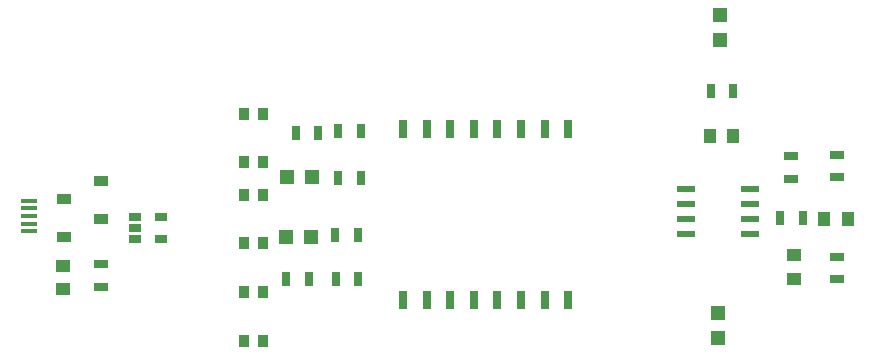
<source format=gbr>
G04 #@! TF.FileFunction,Paste,Top*
%FSLAX46Y46*%
G04 Gerber Fmt 4.6, Leading zero omitted, Abs format (unit mm)*
G04 Created by KiCad (PCBNEW 4.0.2-4+6225~38~ubuntu15.10.1-stable) date Thu 10 Mar 2016 05:21:24 PM CST*
%MOMM*%
G01*
G04 APERTURE LIST*
%ADD10C,0.100000*%
%ADD11R,0.750000X1.500000*%
%ADD12R,1.198880X1.198880*%
%ADD13R,0.900000X1.000000*%
%ADD14R,1.060000X0.650000*%
%ADD15R,1.300000X0.700000*%
%ADD16R,1.220000X0.910000*%
%ADD17R,0.700000X1.300000*%
%ADD18R,1.550000X0.600000*%
%ADD19R,1.000000X1.250000*%
%ADD20R,1.350000X0.400000*%
%ADD21R,1.250000X1.000000*%
G04 APERTURE END LIST*
D10*
D11*
X158720000Y-76730000D03*
X160720000Y-76730000D03*
X164720000Y-76730000D03*
X162720000Y-76730000D03*
X170720000Y-76730000D03*
X172720000Y-76730000D03*
X168720000Y-76730000D03*
X166720000Y-76730000D03*
X166720000Y-62230000D03*
X168720000Y-62230000D03*
X172720000Y-62230000D03*
X170720000Y-62230000D03*
X162720000Y-62230000D03*
X164720000Y-62230000D03*
X160720000Y-62230000D03*
X158720000Y-62230000D03*
D12*
X185400000Y-77800000D03*
X185400000Y-79898040D03*
D13*
X146850000Y-60945000D03*
X145250000Y-60945000D03*
X146850000Y-65045000D03*
X145250000Y-65045000D03*
D14*
X136050000Y-69650000D03*
X136050000Y-70600000D03*
X136050000Y-71550000D03*
X138250000Y-71550000D03*
X138250000Y-69650000D03*
D15*
X133150000Y-75600000D03*
X133150000Y-73700000D03*
D16*
X130048000Y-71400000D03*
X130048000Y-68130000D03*
D17*
X153000000Y-71250000D03*
X154900000Y-71250000D03*
D18*
X188120000Y-71120000D03*
X188120000Y-69850000D03*
X188120000Y-68580000D03*
X188120000Y-67310000D03*
X182720000Y-67310000D03*
X182720000Y-68580000D03*
X182720000Y-69850000D03*
X182720000Y-71120000D03*
D15*
X195500000Y-73050000D03*
X195500000Y-74950000D03*
X191600000Y-64550000D03*
X191600000Y-66450000D03*
D19*
X194400000Y-69850000D03*
X196400000Y-69850000D03*
D17*
X153250000Y-62400000D03*
X155150000Y-62400000D03*
D13*
X145250000Y-80155000D03*
X146850000Y-80155000D03*
X145250000Y-76055000D03*
X146850000Y-76055000D03*
D17*
X148850000Y-74950000D03*
X150750000Y-74950000D03*
X154950000Y-74950000D03*
X153050000Y-74950000D03*
X149650000Y-62600000D03*
X151550000Y-62600000D03*
X153250000Y-66400000D03*
X155150000Y-66400000D03*
D20*
X127038540Y-68295100D03*
X127038540Y-68945100D03*
X127038540Y-69595100D03*
X127038540Y-70245100D03*
X127038540Y-70895100D03*
D21*
X129950000Y-75800000D03*
X129950000Y-73800000D03*
D19*
X184690000Y-62865000D03*
X186690000Y-62865000D03*
D21*
X191800000Y-72900000D03*
X191800000Y-74900000D03*
D12*
X185600000Y-54698040D03*
X185600000Y-52600000D03*
D17*
X186690000Y-59055000D03*
X184790000Y-59055000D03*
X192550000Y-69750000D03*
X190650000Y-69750000D03*
D15*
X195500000Y-64400000D03*
X195500000Y-66300000D03*
D16*
X133150000Y-69870000D03*
X133150000Y-66600000D03*
D12*
X148801960Y-71350000D03*
X150900000Y-71350000D03*
X148900000Y-66300000D03*
X150998040Y-66300000D03*
D13*
X145250000Y-71900000D03*
X146850000Y-71900000D03*
X145250000Y-67800000D03*
X146850000Y-67800000D03*
M02*

</source>
